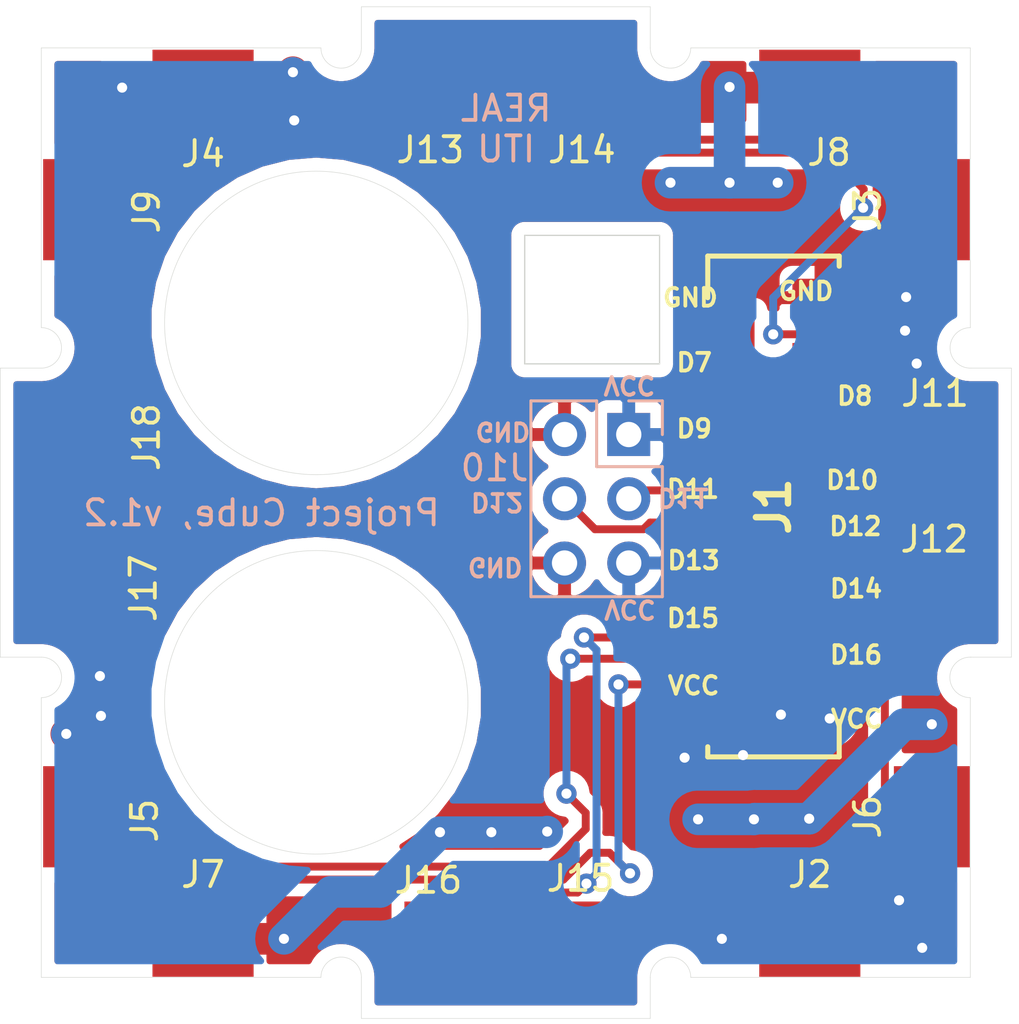
<source format=kicad_pcb>
(kicad_pcb (version 20211014) (generator pcbnew)
  (layers (0 "F.Cu" signal) (31 "B.Cu" signal) (34 "B.Paste" user) (35 "F.Paste" user) (36 "B.SilkS" user "B.Silkscreen") (37 "F.SilkS" user "F.Silkscreen") (38 "B.Mask" user) (39 "F.Mask" user) (44 "Edge.Cuts" user))
  (net 0 "")
  (net 1 "VCC")
  (net 2 "/D16")
  (net 3 "/D15")
  (net 4 "/D14")
  (net 5 "/D13")
  (net 6 "/D12")
  (net 7 "/D11")
  (net 8 "/D10")
  (net 9 "/D9")
  (net 10 "/D8")
  (net 11 "/D7")
  (net 12 "GND")
  (footprint "Custom:CubeSidePad" (layer "F.Cu") (at 163.703 74.295 180)
    (fp_text reference "J2" (at 0 2.54) (layer "F.SilkS"))
    (fp_text value "Conn_01x01")
    (pad "1" smd rect locked (at 0 0 180) (size 4 3) (layers "F.Cu" "F.Paste" "F.Mask") (net 1 "VCC"))
  )
  (footprint "Custom:CubeSidePad" (layer "F.Cu") (at 168.529 45.466 -90)
    (fp_text reference "J3" (at 0 2.54 90) (layer "F.SilkS"))
    (fp_text value "Conn_01x01")
    (pad "1" smd rect locked (at 0 0 270) (size 4 3) (layers "F.Cu" "F.Paste" "F.Mask") (net 1 "VCC"))
  )
  (footprint "Custom:CubeSidePad" (layer "F.Cu") (at 139.7 40.64 180)
    (fp_text reference "J4" (at 0 -2.6162) (layer "F.SilkS"))
    (fp_text value "Conn_01x01")
    (pad "1" smd rect locked (at 0 0 180) (size 4 3) (layers "F.Cu" "F.Paste" "F.Mask") (net 1 "VCC"))
  )
  (footprint "Custom:CubeSidePad" (layer "F.Cu") (at 134.874 69.469 -90)
    (fp_text reference "J5" (at 0.1524 -2.5146 90) (layer "F.SilkS"))
    (fp_text value "Conn_01x01")
    (pad "1" smd rect locked (at 0 0 270) (size 4 3) (layers "F.Cu" "F.Paste" "F.Mask") (net 1 "VCC"))
  )
  (footprint "Custom:CubeSidePad" (layer "F.Cu") (at 168.529 69.469 -90)
    (fp_text reference "J6" (at 0 2.54 90) (layer "F.SilkS"))
    (fp_text value "Conn_01x01")
    (pad "1" smd rect locked (at 0 0 270) (size 4 3) (layers "F.Cu" "F.Paste" "F.Mask") (net 12 "GND"))
  )
  (footprint "Custom:CubeSidePad" (layer "F.Cu") (at 139.7 74.295 180)
    (fp_text reference "J7" (at 0 2.54) (layer "F.SilkS"))
    (fp_text value "Conn_01x01")
    (pad "1" smd rect locked (at 0 0 180) (size 4 3) (layers "F.Cu" "F.Paste" "F.Mask") (net 12 "GND"))
  )
  (footprint "Custom:CubeSidePad" (layer "F.Cu") (at 163.703 40.64 180)
    (fp_text reference "J8" (at -0.762 -2.5654) (layer "F.SilkS"))
    (fp_text value "Conn_01x01")
    (pad "1" smd rect locked (at 0 0 180) (size 4 3) (layers "F.Cu" "F.Paste" "F.Mask") (net 12 "GND"))
  )
  (footprint "Custom:CubeCenterPad" (layer "F.Cu") (at 168.6052 54.4576 -90)
    (fp_text reference "J11" (at -1.7272 -0.0508 180) (layer "F.SilkS"))
    (fp_text value "Conn_01x01")
    (pad "1" smd rect locked (at 0 0 270) (size 2 3) (layers "F.Cu" "F.Paste" "F.Mask") (net 9 "/D9"))
  )
  (footprint "Custom:CubeCenterPad" (layer "F.Cu") (at 168.5798 60.452 -90)
    (fp_text reference "J12" (at -1.9558 -0.0508 180) (layer "F.SilkS"))
    (fp_text value "Conn_01x01")
    (pad "1" smd rect locked (at 0 0 270) (size 2 3) (layers "F.Cu" "F.Paste" "F.Mask") (net 8 "/D10"))
  )
  (footprint "Custom:CubeCenterPad" (layer "F.Cu") (at 148.6916 40.5638)
    (fp_text reference "J13" (at 0 2.54) (layer "F.SilkS"))
    (fp_text value "Conn_01x01")
    (pad "1" smd rect locked (at 0 0) (size 2 3) (layers "F.Cu" "F.Paste" "F.Mask") (net 11 "/D7"))
  )
  (footprint "Custom:CubeCenterPad" (layer "F.Cu") (at 154.686 40.5638)
    (fp_text reference "J14" (at 0 2.54) (layer "F.SilkS"))
    (fp_text value "Conn_01x01")
    (pad "1" smd rect locked (at 0 0) (size 2 3) (layers "F.Cu" "F.Paste" "F.Mask") (net 10 "/D8"))
  )
  (footprint "Custom:CubeCenterPad" (layer "F.Cu") (at 148.6662 74.3204)
    (fp_text reference "J16" (at -0.0508 -2.3368) (layer "F.SilkS"))
    (fp_text value "Conn_01x01")
    (pad "1" smd rect locked (at 0 0) (size 2 3) (layers "F.Cu" "F.Paste" "F.Mask") (net 4 "/D14"))
  )
  (footprint "Custom:CubeCenterPad" (layer "F.Cu") (at 134.747 60.452 -90)
    (fp_text reference "J17" (at -0.0254 -2.5908 90) (layer "F.SilkS"))
    (fp_text value "Conn_01x01")
    (pad "1" smd rect locked (at 0 0 270) (size 2 3) (layers "F.Cu" "F.Paste" "F.Mask") (net 3 "/D15"))
  )
  (footprint "Custom:CubeCenterPad" (layer "F.Cu") (at 134.747 54.483 -90)
    (fp_text reference "J18" (at -0.0254 -2.7178 90) (layer "F.SilkS"))
    (fp_text value "Conn_01x01")
    (pad "1" smd rect locked (at 0 0 270) (size 2 3) (layers "F.Cu" "F.Paste" "F.Mask") (net 2 "/D16"))
  )
  (footprint "Custom:CubeSidePad" (layer "F.Cu") (at 134.874 45.466 -90)
    (fp_text reference "J9" (at 0.0762 -2.5908 90) (layer "F.SilkS"))
    (fp_text value "Conn_01x01")
    (pad "1" smd rect locked (at 0 0 270) (size 4 3) (layers "F.Cu" "F.Paste" "F.Mask") (net 12 "GND"))
  )
  (footprint "Custom:CubeCenterPad" (layer "F.Cu") (at 154.7114 74.3204)
    (fp_text reference "J15" (at -0.0762 -2.413) (layer "F.SilkS"))
    (fp_text value "Conn_01x01")
    (pad "1" smd rect locked (at 0 0) (size 2 3) (layers "F.Cu" "F.Paste" "F.Mask") (net 5 "/D13"))
  )
  (footprint "Custom:TE_Micromatch_2,54_14_SMD" (layer "F.Cu") (at 162.2658 57.2008 -90)
    (fp_text reference "J1" (at 0 0 90) (layer "F.SilkS") (effects (font (size 1.27 1.27) (thickness 0.254))))
    (fp_text value "Conn_02x07_Odd_Even" hide)
    (fp_line (start 9.9 -2.6) (end 8.5 -2.6) (layer "F.SilkS") (width 0.2))
    (fp_line (start 9.5 2.6) (end 9.9 2.6) (layer "F.SilkS") (width 0.2))
    (fp_line (start -9.5 -2.6) (end -9.9 -2.6) (layer "F.SilkS") (width 0.2))
    (fp_line (start 9.9 2.6) (end 9.9 -2.6) (layer "F.SilkS") (width 0.2))
    (fp_line (start -9.9 -2.6) (end -9.9 2.6) (layer "F.SilkS") (width 0.2))
    (fp_line (start -9.9 2.6) (end -8.255 2.6) (layer "F.SilkS") (width 0.2))
    (pad "1" smd rect locked (at -8.255 -2.25 270) (size 1.5 3) (layers "F.Cu" "F.Paste" "F.Mask") (net 12 "GND"))
    (pad "2" smd rect locked (at -6.985 2.25 270) (size 1.5 3) (layers "F.Cu" "F.Paste" "F.Mask") (net 12 "GND"))
    (pad "3" smd rect locked (at -5.715 -2.25 270) (size 1.5 3) (layers "F.Cu" "F.Paste" "F.Mask") (net 11 "/D7"))
    (pad "4" smd rect locked (at -4.445 2.25 270) (size 1.5 3) (layers "F.Cu" "F.Paste" "F.Mask") (net 10 "/D8"))
    (pad "5" smd rect locked (at -3.175 -2.25 270) (size 1.5 3) (layers "F.Cu" "F.Paste" "F.Mask") (net 9 "/D9"))
    (pad "6" smd rect locked (at -1.905 2.25 270) (size 1.5 3) (layers "F.Cu" "F.Paste" "F.Mask") (net 8 "/D10"))
    (pad "7" smd rect locked (at -0.635 -2.25 270) (size 1.5 3) (layers "F.Cu" "F.Paste" "F.Mask") (net 7 "/D11"))
    (pad "8" smd rect locked (at 0.635 2.25 270) (size 1.5 3) (layers "F.Cu" "F.Paste" "F.Mask") (net 6 "/D12"))
    (pad "9" smd rect locked (at 1.905 -2.25 270) (size 1.5 3) (layers "F.Cu" "F.Paste" "F.Mask") (net 5 "/D13"))
    (pad "10" smd rect locked (at 3.175 2.25 270) (size 1.5 3) (layers "F.Cu" "F.Paste" "F.Mask") (net 4 "/D14"))
    (pad "11" smd rect locked (at 4.445 -2.25 270) (size 1.5 3) (layers "F.Cu" "F.Paste" "F.Mask") (net 3 "/D15"))
    (pad "12" smd rect locked (at 5.715 2.25 270) (size 1.5 3) (layers "F.Cu" "F.Paste" "F.Mask") (net 2 "/D16"))
    (pad "13" smd rect locked (at 6.985 -2.25 270) (size 1.5 3) (layers "F.Cu" "F.Paste" "F.Mask") (net 1 "VCC"))
    (pad "14" smd rect locked (at 8.255 2.25 270) (size 1.5 3) (layers "F.Cu" "F.Paste" "F.Mask") (net 1 "VCC"))
  )
  (footprint "Connector_PinHeader_2.54mm:PinHeader_2x03_P2.54mm_Vertical" (layer "B.Cu") (at 156.5402 54.356 180)
    (fp_text reference "J10" (at 5.3086 -1.3208) (layer "B.SilkS") (effects (justify mirror)))
    (fp_text value "Conn_02x03_Odd_Even")
    (fp_line (start -1.33 0) (end -1.33 1.33) (layer "B.SilkS") (width 0.12))
    (fp_line (start 1.27 -1.27) (end 1.27 1.33) (layer "B.SilkS") (width 0.12))
    (fp_line (start -1.33 -1.27) (end -1.33 -6.41) (layer "B.SilkS") (width 0.12))
    (fp_line (start 1.27 1.33) (end 3.87 1.33) (layer "B.SilkS") (width 0.12))
    (fp_line (start -1.33 -6.41) (end 3.87 -6.41) (layer "B.SilkS") (width 0.12))
    (fp_line (start -1.33 1.33) (end 0 1.33) (layer "B.SilkS") (width 0.12))
    (fp_line (start 3.87 1.33) (end 3.87 -6.41) (layer "B.SilkS") (width 0.12))
    (fp_line (start -1.33 -1.27) (end 1.27 -1.27) (layer "B.SilkS") (width 0.12))
    (pad "1" thru_hole rect locked (at 0 0 180) (size 1.7 1.7) (drill 1) (layers *.Cu *.Mask) (net 1 "VCC"))
    (pad "2" thru_hole oval locked (at 2.54 0 180) (size 1.7 1.7) (drill 1) (layers *.Cu *.Mask) (net 12 "GND"))
    (pad "3" thru_hole oval locked (at 0 -2.54 180) (size 1.7 1.7) (drill 1) (layers *.Cu *.Mask) (net 7 "/D11"))
    (pad "4" thru_hole oval locked (at 2.54 -2.54 180) (size 1.7 1.7) (drill 1) (layers *.Cu *.Mask) (net 6 "/D12"))
    (pad "5" thru_hole oval locked (at 0 -5.08 180) (size 1.7 1.7) (drill 1) (layers *.Cu *.Mask) (net 1 "VCC"))
    (pad "6" thru_hole oval locked (at 2.54 -5.08 180) (size 1.7 1.7) (drill 1) (layers *.Cu *.Mask) (net 12 "GND"))
  )
  (gr_line (start 161.678 75.819) (end 165.678 75.819) (layer "Edge.Cuts") (width 0.02))
  (gr_line (start 137.678001 75.819) (end 141.678001 75.819) (layer "Edge.Cuts") (width 0.02))
  (gr_line (start 133.303001 71.444) (end 133.303001 67.444001) (layer "Edge.Cuts") (width 0.02))
  (gr_line (start 133.303001 47.444001) (end 133.303001 43.444001) (layer "Edge.Cuts") (width 0.02))
  (gr_line (start 137.678001 39.069001) (end 141.678001 39.069001) (layer "Edge.Cuts") (width 0.02))
  (gr_line (start 161.678 39.069001) (end 165.678 39.069001) (layer "Edge.Cuts") (width 0.02))
  (gr_line (start 170.053 43.444001) (end 170.053 47.444001) (layer "Edge.Cuts") (width 0.02))
  (gr_line (start 170.053 67.444001) (end 170.053 71.444) (layer "Edge.Cuts") (width 0.02))
  (gr_line (start 157.7594 46.482) (end 152.4254 46.482) (layer "Edge.Cuts") (width 0.05))
  (gr_arc (start 144.363709 75.816) (mid 145.165215 75.015995) (end 145.963715 75.819) (layer "Edge.Cuts") (width 0.02))
  (gr_arc (start 157.392292 75.819) (mid 158.192292 75.019) (end 158.992292 75.819) (layer "Edge.Cuts") (width 0.02))
  (gr_arc (start 170.05 51.730006) (mid 169.249995 50.9285) (end 170.053 50.13) (layer "Edge.Cuts") (width 0.02))
  (gr_line (start 145.963716 37.444001) (end 157.392286 37.444001) (layer "Edge.Cuts") (width 0.02))
  (gr_line (start 170.053 47.444001) (end 170.053 50.13) (layer "Edge.Cuts") (width 0.02))
  (gr_circle (center 144.178001 64.944001) (end 150.178001 64.944001) (layer "Edge.Cuts") (width 0.02) (fill none))
  (gr_line (start 170.05 51.73) (end 171.678 51.729715) (layer "Edge.Cuts") (width 0.02))
  (gr_line (start 133.303001 50.13) (end 133.303001 47.444001) (layer "Edge.Cuts") (width 0.02))
  (gr_arc (start 133.303001 63.158292) (mid 134.103001 63.958292) (end 133.303001 64.758292) (layer "Edge.Cuts") (width 0.02))
  (gr_line (start 171.678 51.729715) (end 171.678 63.158286) (layer "Edge.Cuts") (width 0.02))
  (gr_arc (start 145.96371 39.07) (mid 145.16371 39.87) (end 144.36371 39.07) (layer "Edge.Cuts") (width 0.02))
  (gr_line (start 170.053 39.069001) (end 170.053 43.444001) (layer "Edge.Cuts") (width 0.02))
  (gr_line (start 141.678001 39.069001) (end 144.36371 39.069001) (layer "Edge.Cuts") (width 0.02))
  (gr_line (start 158.992292 39.069001) (end 161.678 39.069001) (layer "Edge.Cuts") (width 0.02))
  (gr_circle (center 144.178001 49.944001) (end 150.178001 49.944001) (layer "Edge.Cuts") (width 0.02) (fill none))
  (gr_line (start 133.303001 67.444001) (end 133.303001 64.758292) (layer "Edge.Cuts") (width 0.02))
  (gr_arc (start 158.992292 39.072001) (mid 158.190786 39.872006) (end 157.392286 39.069001) (layer "Edge.Cuts") (width 0.02))
  (gr_line (start 171.678 63.158286) (end 170.078 63.158287) (layer "Edge.Cuts") (width 0.02))
  (gr_line (start 165.678 39.069001) (end 170.053 39.069001) (layer "Edge.Cuts") (width 0.02))
  (gr_line (start 133.303001 75.819) (end 133.303001 71.444) (layer "Edge.Cuts") (width 0.02))
  (gr_line (start 137.678001 75.819) (end 133.303001 75.819) (layer "Edge.Cuts") (width 0.02))
  (gr_line (start 152.4254 51.562) (end 157.7594 51.562) (layer "Edge.Cuts") (width 0.05))
  (gr_line (start 157.392286 37.444001) (end 157.392286 39.069001) (layer "Edge.Cuts") (width 0.02))
  (gr_line (start 152.4254 46.482) (end 152.4254 51.562) (layer "Edge.Cuts") (width 0.05))
  (gr_line (start 170.078 63.158287) (end 170.053 63.158287) (layer "Edge.Cuts") (width 0.02))
  (gr_line (start 170.053 75.819) (end 165.678 75.819) (layer "Edge.Cuts") (width 0.02))
  (gr_line (start 133.303001 43.444001) (end 133.303001 39.069001) (layer "Edge.Cuts") (width 0.02))
  (gr_line (start 145.963716 39.069001) (end 145.963716 37.444001) (layer "Edge.Cuts") (width 0.02))
  (gr_arc (start 133.303 50.129994) (mid 134.103005 50.9315) (end 133.3 51.73) (layer "Edge.Cuts") (width 0.02))
  (gr_line (start 133.303001 63.158286) (end 131.678001 63.158286) (layer "Edge.Cuts") (width 0.02))
  (gr_line (start 157.392286 75.819) (end 157.392286 77.444) (layer "Edge.Cuts") (width 0.02))
  (gr_line (start 170.053 64.758293) (end 170.053 67.444001) (layer "Edge.Cuts") (width 0.02))
  (gr_line (start 157.7594 51.562) (end 157.7594 46.482) (layer "Edge.Cuts") (width 0.05))
  (gr_line (start 161.678 75.819) (end 158.992292 75.819) (layer "Edge.Cuts") (width 0.02))
  (gr_arc (start 170.05 64.758293) (mid 169.249995 63.956787) (end 170.053 63.158287) (layer "Edge.Cuts") (width 0.02))
  (gr_line (start 144.363709 75.819) (end 141.678001 75.819) (layer "Edge.Cuts") (width 0.02))
  (gr_line (start 157.392286 77.444) (end 145.963715 77.444) (layer "Edge.Cuts") (width 0.02))
  (gr_line (start 133.303001 39.069001) (end 137.678001 39.069001) (layer "Edge.Cuts") (width 0.02))
  (gr_line (start 131.678001 63.158286) (end 131.678001 51.729715) (layer "Edge.Cuts") (width 0.02))
  (gr_line (start 131.678001 51.729715) (end 133.303001 51.729715) (layer "Edge.Cuts") (width 0.02))
  (gr_line (start 170.053 71.444) (end 170.053 75.819) (layer "Edge.Cuts") (width 0.02))
  (gr_line (start 145.963715 77.444) (end 145.963715 75.819) (layer "Edge.Cuts") (width 0.02))
  (gr_text "REAL\nITU" (at 151.6888 42.2656) (layer "B.SilkS") (effects (font (size 1 1)) (justify mirror)))
  (gr_text "VCC" (at 156.5656 52.4002 180) (layer "B.SilkS") (effects (font (size 0.7 0.7)) (justify mirror)))
  (gr_text "D11" (at 158.7246 56.8452 180) (layer "B.SilkS") (effects (font (size 0.7 0.7)) (justify mirror)))
  (gr_text "Project Cube, v1.2" (at 142.0114 57.4548) (layer "B.SilkS") (effects (font (size 1 1)) (justify mirror)))
  (gr_text "VCC" (at 156.591 61.2648 180) (layer "B.SilkS") (effects (font (size 0.7 0.7)) (justify mirror)))
  (gr_text "GND" (at 151.257 59.5884 180) (layer "B.SilkS") (effects (font (size 0.7 0.7)) (justify mirror)))
  (gr_text "GND" (at 151.5618 54.229 180) (layer "B.SilkS") (effects (font (size 0.7 0.7)) (justify mirror)))
  (gr_text "D12" (at 151.3332 57.023 180) (layer "B.SilkS") (effects (font (size 0.7 0.7)) (justify mirror)))
  (gr_text "D16" (at 165.5318 63.0682) (layer "F.SilkS") (effects (font (size 0.7 0.7))))
  (gr_text "VCC" (at 165.5572 65.6082) (layer "F.SilkS") (effects (font (size 0.7 0.7))))
  (gr_text "GND" (at 163.5506 48.6918) (layer "F.SilkS") (effects (font (size 0.7 0.7))))
  (gr_text "D15" (at 159.0802 61.6204) (layer "F.SilkS") (effects (font (size 0.7 0.7))))
  (gr_text "D13" (at 159.1056 59.3344) (layer "F.SilkS") (effects (font (size 0.7 0.7))))
  (gr_text "D9" (at 159.131 54.1274) (layer "F.SilkS") (effects (font (size 0.7 0.7))))
  (gr_text "D12" (at 165.5064 57.9882) (layer "F.SilkS") (effects (font (size 0.7 0.7))))
  (gr_text "D10" (at 165.3794 56.1594) (layer "F.SilkS") (effects (font (size 0.7 0.7))))
  (gr_text "D14" (at 165.5318 60.452) (layer "F.SilkS") (effects (font (size 0.7 0.7))))
  (gr_text "GND" (at 158.9786 48.9458) (layer "F.SilkS") (effects (font (size 0.7 0.7))))
  (gr_text "D7" (at 159.131 51.5112) (layer "F.SilkS") (effects (font (size 0.7 0.7))))
  (gr_text "D8" (at 165.481 52.832) (layer "F.SilkS") (effects (font (size 0.7 0.7))))
  (gr_text "D11" (at 159.0802 56.515) (layer "F.SilkS") (effects (font (size 0.7 0.7))))
  (gr_text "VCC" (at 159.1056 64.2874) (layer "F.SilkS") (effects (font (size 0.7 0.7))))
  (segment (start 160.0158 65.4558) (end 160.0158 65.985) (width 1.25) (layer "F.Cu") (net 1))
  (segment (start 167.47 50.25) (end 167.47 51.09) (width 1.25) (layer "F.Cu") (net 1))
  (segment (start 139.7 40.64) (end 136.4996 40.64) (width 1.25) (layer "F.Cu") (net 1))
  (segment (start 134.874 66.7766) (end 134.2898 66.1924) (width 1.25) (layer "F.Cu") (net 1))
  (segment (start 166.3573 74.3331) (end 166.6748 74.6506) (width 1.25) (layer "F.Cu") (net 1))
  (segment (start 163.703 74.295) (end 160.2232 74.295) (width 1.25) (layer "F.Cu") (net 1))
  (segment (start 164.5158 64.1858) (end 163.8046 64.1858) (width 1.25) (layer "F.Cu") (net 1))
  (segment (start 142.6464 40.64) (end 142.6464 41.275) (width 1.25) (layer "F.Cu") (net 1))
  (segment (start 160.0158 65.4558) (end 160.0158 65.8664) (width 1.25) (layer "F.Cu") (net 1))
  (segment (start 168.529 45.466) (end 168.529 47.9044) (width 1.25) (layer "F.Cu") (net 1))
  (segment (start 139.7 40.64) (end 142.6464 40.64) (width 1.25) (layer "F.Cu") (net 1))
  (segment (start 166.3573 73.6473) (end 166.3573 74.3331) (width 1.25) (layer "F.Cu") (net 1))
  (segment (start 160.0158 65.985) (end 161.0614 67.0306) (width 1.25) (layer "F.Cu") (net 1))
  (segment (start 163.703 74.295) (end 165.7096 74.295) (width 1.25) (layer "F.Cu") (net 1))
  (segment (start 164.5158 64.1858) (end 164.5158 65.5574) (width 1.25) (layer "F.Cu") (net 1))
  (segment (start 166.3573 73.6473) (end 167.2336 72.771) (width 1.25) (layer "F.Cu") (net 1))
  (segment (start 134.874 69.469) (end 134.874 66.7766) (width 1.25) (layer "F.Cu") (net 1))
  (segment (start 167.513 48.9204) (end 167.513 50.207) (width 1.25) (layer "F.Cu") (net 1))
  (segment (start 166.6748 74.6506) (end 168.148 74.6506) (width 1.25) (layer "F.Cu") (net 1))
  (segment (start 163.8046 64.1858) (end 162.56 65.4304) (width 1.25) (layer "F.Cu") (net 1))
  (segment (start 142.6464 41.275) (end 143.3068 41.9354) (width 1.25) (layer "F.Cu") (net 1))
  (segment (start 142.6464 40.64) (end 143.256 40.0304) (width 1.25) (layer "F.Cu") (net 1))
  (segment (start 135.6614 65.4812) (end 135.6614 63.9478) (width 1.25) (layer "F.Cu") (net 1))
  (segment (start 160.0158 65.8664) (end 158.75 67.1322) (width 1.25) (layer "F.Cu") (net 1))
  (segment (start 134.874 66.7766) (end 134.874 66.2686) (width 1.25) (layer "F.Cu") (net 1))
  (segment (start 164.5158 65.5574) (end 164.4904 65.5828) (width 1.25) (layer "F.Cu") (net 1))
  (segment (start 168.529 47.9044) (end 167.513 48.9204) (width 1.25) (layer "F.Cu") (net 1))
  (segment (start 135.6614 63.9478) (end 135.62 63.9064) (width 1.25) (layer "F.Cu") (net 1))
  (segment (start 167.47 51.09) (end 167.93 51.55) (width 1.25) (layer "F.Cu") (net 1))
  (segment (start 134.874 66.2686) (end 135.6614 65.4812) (width 1.25) (layer "F.Cu") (net 1))
  (segment (start 167.513 50.207) (end 167.47 50.25) (width 1.25) (layer "F.Cu") (net 1))
  (segment (start 165.7096 74.295) (end 166.3573 73.6473) (width 1.25) (layer "F.Cu") (net 1))
  (via (at 167.47 50.25) (size 1.2) (drill 0.4) (layers "F.Cu" "B.Cu") (net 1))
  (via (at 167.513 48.9204) (size 1.2) (drill 0.4) (layers "F.Cu" "B.Cu") (net 1))
  (via (at 136.4996 40.64) (size 1.2) (drill 0.4) (layers "F.Cu" "B.Cu") (net 1))
  (via (at 134.2898 66.1924) (size 1.2) (drill 0.4) (layers "F.Cu" "B.Cu") (net 1))
  (via (at 161.0614 67.0306) (size 1.2) (drill 0.4) (layers "F.Cu" "B.Cu") (net 1))
  (via (at 167.2336 72.771) (size 1.2) (drill 0.4) (layers "F.Cu" "B.Cu") (net 1))
  (via (at 143.256 40.0304) (size 1.2) (drill 0.4) (layers "F.Cu" "B.Cu") (net 1))
  (via (at 168.148 74.6506) (size 1.2) (drill 0.4) (layers "F.Cu" "B.Cu") (net 1))
  (via (at 162.56 65.4304) (size 1.2) (drill 0.4) (layers "F.Cu" "B.Cu") (net 1))
  (via (at 160.2232 74.295) (size 1.2) (drill 0.4) (layers "F.Cu" "B.Cu") (net 1))
  (via (at 158.75 67.1322) (size 1.2) (drill 0.4) (layers "F.Cu" "B.Cu") (net 1))
  (via (at 135.62 63.9064) (size 1.2) (drill 0.4) (layers "F.Cu" "B.Cu") (net 1))
  (via (at 135.6614 65.4812) (size 1.2) (drill 0.4) (layers "F.Cu" "B.Cu") (net 1))
  (via (at 164.4904 65.5828) (size 1.2) (drill 0.4) (layers "F.Cu" "B.Cu") (net 1))
  (via (at 167.93 51.55) (size 1.2) (drill 0.4) (layers "F.Cu" "B.Cu") (net 1))
  (via (at 143.3068 41.9354) (size 1.2) (drill 0.4) (layers "F.Cu" "B.Cu") (net 1))
  (segment (start 135.1788 54.9148) (end 134.747 54.483) (width 0.3125) (layer "F.Cu") (net 2))
  (segment (start 138.483327 71.439129) (end 137.31691 70.272712) (width 0.3125) (layer "F.Cu") (net 2))
  (segment (start 154.8384 69.9516) (end 154.8384 69.3166) (width 0.3125) (layer "F.Cu") (net 2))
  (segment (start 137.31691 70.272712) (end 137.31691 59.880658) (width 0.3125) (layer "F.Cu") (net 2))
  (segment (start 138.483327 71.439129) (end 153.350871 71.439129) (width 0.3125) (layer "F.Cu") (net 2))
  (segment (start 153.350871 71.439129) (end 154.8384 69.9516) (width 0.3125) (layer "F.Cu") (net 2))
  (segment (start 154.2288 63.2206) (end 159.711 63.2206) (width 0.3125) (layer "F.Cu") (net 2))
  (segment (start 135.1788 57.742548) (end 135.1788 54.9148) (width 0.3125) (layer "F.Cu") (net 2))
  (segment (start 154.8384 69.3166) (end 154.0764 68.5546) (width 0.3125) (layer "F.Cu") (net 2))
  (segment (start 137.31691 59.880658) (end 135.1788 57.742548) (width 0.3125) (layer "F.Cu") (net 2))
  (segment (start 159.711 63.2206) (end 160.0158 62.9158) (width 0.3125) (layer "F.Cu") (net 2))
  (via (at 154.2288 63.2206) (size 0.8) (drill 0.4) (layers "F.Cu" "B.Cu") (net 2))
  (via (at 154.0764 68.5546) (size 0.8) (drill 0.4) (layers "F.Cu" "B.Cu") (net 2))
  (segment (start 154.0764 68.5546) (end 154.0764 63.373) (width 0.3125) (layer "B.Cu") (net 2))
  (segment (start 154.0764 63.373) (end 154.2288 63.2206) (width 0.3125) (layer "B.Cu") (net 2))
  (segment (start 136.8044 62.5094) (end 134.747 60.452) (width 0.3125) (layer "F.Cu") (net 3))
  (segment (start 138.271039 71.951639) (end 153.957613 71.951639) (width 0.3125) (layer "F.Cu") (net 3))
  (segment (start 136.8044 70.485) (end 136.8044 62.5094) (width 0.3125) (layer "F.Cu") (net 3))
  (segment (start 155.017852 70.8914) (end 155.702 70.8914) (width 0.3125) (layer "F.Cu") (net 3))
  (segment (start 156.1338 64.2366) (end 161.573748 64.2366) (width 0.3125) (layer "F.Cu") (net 3))
  (segment (start 138.271039 71.951639) (end 136.8044 70.485) (width 0.3125) (layer "F.Cu") (net 3))
  (segment (start 161.573748 64.2366) (end 164.164548 61.6458) (width 0.3125) (layer "F.Cu") (net 3))
  (segment (start 164.164548 61.6458) (end 164.5158 61.6458) (width 0.3125) (layer "F.Cu") (net 3))
  (segment (start 155.702 70.8914) (end 155.7782 70.8914) (width 0.3125) (layer "F.Cu") (net 3))
  (segment (start 155.7782 70.8914) (end 156.591 71.7042) (width 0.3125) (layer "F.Cu") (net 3))
  (segment (start 153.957613 71.951639) (end 155.017852 70.8914) (width 0.3125) (layer "F.Cu") (net 3))
  (via (at 156.1338 64.2366) (size 0.8) (drill 0.4) (layers "F.Cu" "B.Cu") (net 3))
  (via (at 156.591 71.7042) (size 0.8) (drill 0.4) (layers "F.Cu" "B.Cu") (net 3))
  (segment (start 156.591 71.7042) (end 156.1338 71.247) (width 0.3125) (layer "B.Cu") (net 3))
  (segment (start 156.1338 71.247) (end 156.1338 64.2366) (width 0.3125) (layer "B.Cu") (net 3))
  (segment (start 148.6662 74.3204) (end 149.098 74.3204) (width 0.3125) (layer "F.Cu") (net 4))
  (segment (start 154.770927 62.380302) (end 156.198798 62.380302) (width 0.3125) (layer "F.Cu") (net 4))
  (segment (start 149.098 74.3204) (end 150.954251 72.464149) (width 0.3125) (layer "F.Cu") (net 4))
  (segment (start 154.514603 72.464149) (end 154.865976 72.112776) (width 0.3125) (layer "F.Cu") (net 4))
  (segment (start 158.2033 60.3758) (end 160.0158 60.3758) (width 0.3125) (layer "F.Cu") (net 4))
  (segment (start 150.954251 72.464149) (end 154.514603 72.464149) (width 0.3125) (layer "F.Cu") (net 4))
  (segment (start 156.198798 62.380302) (end 158.2033 60.3758) (width 0.3125) (layer "F.Cu") (net 4))
  (via (at 154.770927 62.380302) (size 0.8) (drill 0.4) (layers "F.Cu" "B.Cu") (net 4))
  (via (at 154.865976 72.112776) (size 0.8) (drill 0.4) (layers "F.Cu" "B.Cu") (net 4))
  (segment (start 154.865976 72.112776) (end 155.265975 71.712777) (width 0.3125) (layer "B.Cu") (net 4))
  (segment (start 155.265975 62.87535) (end 154.770927 62.380302) (width 0.3125) (layer "B.Cu") (net 4))
  (segment (start 155.265975 71.712777) (end 155.265975 62.87535) (width 0.3125) (layer "B.Cu") (net 4))
  (segment (start 166.672749 71.198251) (end 165.5064 72.3646) (width 0.3125) (layer "F.Cu") (net 5))
  (segment (start 166.672749 71.198251) (end 166.672749 59.450249) (width 0.3125) (layer "F.Cu") (net 5))
  (segment (start 166.672749 59.450249) (end 166.3283 59.1058) (width 0.3125) (layer "F.Cu") (net 5))
  (segment (start 160.4264 72.3646) (end 158.4706 74.3204) (width 0.3125) (layer "F.Cu") (net 5))
  (segment (start 158.4706 74.3204) (end 154.7114 74.3204) (width 0.3125) (layer "F.Cu") (net 5))
  (segment (start 166.3283 59.1058) (end 164.5158 59.1058) (width 0.3125) (layer "F.Cu") (net 5))
  (segment (start 165.5064 72.3646) (end 160.4264 72.3646) (width 0.3125) (layer "F.Cu") (net 5))
  (segment (start 155.206451 58.102251) (end 154.0002 56.896) (width 0.3125) (layer "F.Cu") (net 6))
  (segment (start 157.119201 58.102251) (end 155.206451 58.102251) (width 0.3125) (layer "F.Cu") (net 6))
  (segment (start 157.385652 57.8358) (end 157.119201 58.102251) (width 0.3125) (layer "F.Cu") (net 6))
  (segment (start 160.0158 57.8358) (end 157.385652 57.8358) (width 0.3125) (layer "F.Cu") (net 6))
  (segment (start 156.8196 56.6166) (end 156.5402 56.896) (width 0.3125) (layer "F.Cu") (net 7))
  (segment (start 164.5158 56.5658) (end 156.8704 56.5658) (width 0.3125) (layer "F.Cu") (net 7))
  (segment (start 156.8704 56.5658) (end 156.5402 56.896) (width 0.3125) (layer "F.Cu") (net 7))
  (segment (start 166.1414 55.3212) (end 160.0412 55.3212) (width 0.3125) (layer "F.Cu") (net 8))
  (segment (start 168.5798 57.7596) (end 168.5798 60.452) (width 0.3125) (layer "F.Cu") (net 8))
  (segment (start 160.0412 55.3212) (end 160.0158 55.2958) (width 0.3125) (layer "F.Cu") (net 8))
  (segment (start 168.5798 57.7596) (end 166.1414 55.3212) (width 0.3125) (layer "F.Cu") (net 8))
  (segment (start 168.2242 54.0766) (end 168.6052 54.4576) (width 0.3125) (layer "F.Cu") (net 9))
  (segment (start 168.6052 54.4576) (end 164.9476 54.4576) (width 0.3125) (layer "F.Cu") (net 9))
  (segment (start 164.9476 54.4576) (end 164.5158 54.0258) (width 0.3125) (layer "F.Cu") (net 9))
  (segment (start 166.567451 45.026799) (end 166.567451 48.478239) (width 0.3125) (layer "F.Cu") (net 10))
  (segment (start 166.3446 44.4246) (end 166.3446 44.803948) (width 0.3125) (layer "F.Cu") (net 10))
  (segment (start 164.6174 42.6974) (end 156.8196 42.6974) (width 0.3125) (layer "F.Cu") (net 10))
  (segment (start 166.3446 44.4246) (end 164.6174 42.6974) (width 0.3125) (layer "F.Cu") (net 10))
  (segment (start 166.3446 44.803948) (end 166.567451 45.026799) (width 0.3125) (layer "F.Cu") (net 10))
  (segment (start 156.8196 42.6974) (end 154.686 40.5638) (width 0.3125) (layer "F.Cu") (net 10))
  (segment (start 166.372051 48.673639) (end 166.372051 52.520801) (width 0.3125) (layer "F.Cu") (net 10))
  (segment (start 166.567451 48.478239) (end 166.372051 48.673639) (width 0.3125) (layer "F.Cu") (net 10))
  (segment (start 166.137052 52.7558) (end 160.0158 52.7558) (width 0.3125) (layer "F.Cu") (net 10))
  (segment (start 166.372051 52.520801) (end 166.137052 52.7558) (width 0.3125) (layer "F.Cu") (net 10))
  (segment (start 151.0284 40.5638) (end 148.6916 40.5638) (width 0.3125) (layer "F.Cu") (net 11))
  (segment (start 162.2552 50.3936) (end 163.4236 50.3936) (width 0.3125) (layer "F.Cu") (net 11))
  (segment (start 156.31611 43.20991) (end 155.7528 42.6466) (width 0.3125) (layer "F.Cu") (net 11))
  (segment (start 165.83209 44.64869) (end 164.39331 43.20991) (width 0.3125) (layer "F.Cu") (net 11))
  (segment (start 165.83209 45.36891) (end 165.8112 45.3898) (width 0.3125) (layer "F.Cu") (net 11))
  (segment (start 163.4236 50.3936) (end 164.5158 51.4858) (width 0.3125) (layer "F.Cu") (net 11))
  (segment (start 165.83209 44.64869) (end 165.83209 45.36891) (width 0.3125) (layer "F.Cu") (net 11))
  (segment (start 155.7528 42.6466) (end 153.1112 42.6466) (width 0.3125) (layer "F.Cu") (net 11))
  (segment (start 164.39331 43.20991) (end 156.31611 43.20991) (width 0.3125) (layer "F.Cu") (net 11))
  (segment (start 153.1112 42.6466) (end 151.0284 40.5638) (width 0.3125) (layer "F.Cu") (net 11))
  (via (at 165.8112 45.3898) (size 0.8) (drill 0.4) (layers "F.Cu" "B.Cu") (net 11))
  (via (at 162.2552 50.3936) (size 0.8) (drill 0.4) (layers "F.Cu" "B.Cu") (net 11))
  (segment (start 165.8112 45.3898) (end 162.2552 48.9458) (width 0.3125) (layer "B.Cu") (net 11))
  (segment (start 162.2552 48.9458) (end 162.2552 50.3936) (width 0.3125) (layer "B.Cu") (net 11))
  (segment (start 139.7 74.295) (end 142.9004 74.295) (width 1.25) (layer "F.Cu") (net 12))
  (segment (start 164.5158 48.9458) (end 164.5158 47.3964) (width 1.25) (layer "F.Cu") (net 12))
  (segment (start 160.0158 50.2158) (end 160.0158 47.9848) (width 1.25) (layer "F.Cu") (net 12))
  (segment (start 160.5534 40.64) (end 160.528 40.6146) (width 1.25) (layer "F.Cu") (net 12))
  (segment (start 163.703 40.64) (end 160.5534 40.64) (width 1.25) (layer "F.Cu") (net 12))
  (segment (start 168.529 69.469) (end 168.529 65.8114) (width 1.25) (layer "F.Cu") (net 12))
  (via (at 153.3144 70.0532) (size 1.2) (drill 0.4) (layers "F.Cu" "B.Cu") (net 12))
  (via (at 149.0726 70.0786) (size 1.2) (drill 0.4) (layers "F.Cu" "B.Cu") (net 12))
  (via (at 142.9004 74.295) (size 1.2) (drill 0.4) (layers "F.Cu" "B.Cu") (net 12))
  (via (at 163.6776 69.5452) (size 1.2) (drill 0.4) (layers "F.Cu" "B.Cu") (net 12))
  (via (at 160.528 44.3992) (size 1.2) (drill 0.4) (layers "F.Cu" "B.Cu") (net 12))
  (via (at 162.433 44.3992) (size 1.2) (drill 0.4) (layers "F.Cu" "B.Cu") (net 12))
  (via (at 168.529 65.8114) (size 1.2) (drill 0.4) (layers "F.Cu" "B.Cu") (net 12))
  (via (at 161.4932 69.5706) (size 1.2) (drill 0.4) (layers "F.Cu" "B.Cu") (net 12))
  (via (at 151.1046 70.0786) (size 1.2) (drill 0.4) (layers "F.Cu" "B.Cu") (net 12))
  (via (at 159.2834 69.5706) (size 1.2) (drill 0.4) (layers "F.Cu" "B.Cu") (net 12))
  (via (at 158.1912 44.3992) (size 1.2) (drill 0.4) (layers "F.Cu" "B.Cu") (net 12))
  (via (at 160.528 40.6146) (size 1.2) (drill 0.4) (layers "F.Cu" "B.Cu") (net 12))
  (segment (start 160.528 44.3992) (end 162.433 44.3992) (width 1.25) (layer "B.Cu") (net 12))
  (segment (start 160.528 40.6146) (end 160.528 44.3992) (width 1.25) (layer "B.Cu") (net 12))
  (segment (start 161.4932 69.5706) (end 159.2834 69.5706) (width 1.25) (layer "B.Cu") (net 12))
  (segment (start 160.528 44.3992) (end 158.1912 44.3992) (width 1.25) (layer "B.Cu") (net 12))
  (segment (start 142.9004 74.295) (end 144.7554 72.44) (width 1.25) (layer "B.Cu") (net 12))
  (segment (start 149.0726 70.0786) (end 151.1046 70.0786) (width 1.25) (layer "B.Cu") (net 12))
  (segment (start 151.1046 70.0786) (end 153.289 70.0786) (width 1.25) (layer "B.Cu") (net 12))
  (segment (start 146.7112 72.44) (end 149.0726 70.0786) (width 1.25) (layer "B.Cu") (net 12))
  (segment (start 163.6776 69.5452) (end 161.5186 69.5452) (width 1.25) (layer "B.Cu") (net 12))
  (segment (start 168.529 65.8114) (end 167.4114 65.8114) (width 1.25) (layer "B.Cu") (net 12))
  (segment (start 144.7554 72.44) (end 146.7112 72.44) (width 1.25) (layer "B.Cu") (net 12))
  (segment (start 167.4114 65.8114) (end 163.6776 69.5452) (width 1.25) (layer "B.Cu") (net 12))
  (segment (start 153.289 70.0786) (end 153.3144 70.0532) (width 1.25) (layer "B.Cu") (net 12))
  (segment (start 161.5186 69.5452) (end 161.4932 69.5706) (width 1.25) (layer "B.Cu") (net 12))
  (zone (net 12) (net_name "GND") (layer "F.Cu") (connect_pads (clearance 0.508)) (min_thickness 0.254) (fill yes (thermal_gap 0.508) (thermal_bridge_width 0.508))
    (polygon (pts (xy 157.3784 39.0906) (xy 170.053 39.0906) (xy 170.053 51.7652) (xy 171.6786 51.7652) (xy 171.6532 63.119) (xy 170.0276 63.119) (xy 170.053 75.7936) (xy 157.3784 75.7936) (xy 157.3784 77.3938) (xy 146.05 77.3938) (xy 146.05 75.7682) (xy 133.3754 75.7682) (xy 133.35 63.119) (xy 131.7498 63.119) (xy 131.7498 51.7906) (xy 133.3754 51.7906) (xy 133.3754 39.116) (xy 146.0246 39.116) (xy 146.0246 37.465) (xy 157.3784 37.465)))
  )
  (zone (net 1) (net_name "VCC") (layer "B.Cu") (connect_pads (clearance 0.508)) (min_thickness 0.254) (fill yes (thermal_gap 0.508) (thermal_bridge_width 0.508))
    (polygon (pts (xy 157.4038 39.0906) (xy 170.0784 39.0906) (xy 170.0784 51.7652) (xy 171.704 51.7652) (xy 171.6532 63.119) (xy 170.053 63.1444) (xy 170.0784 75.7936) (xy 157.4038 75.7936) (xy 157.4038 77.3938) (xy 146.0754 77.3938) (xy 146.0754 75.7682) (xy 133.4008 75.7682) (xy 133.3754 63.119) (xy 131.7752 63.119) (xy 131.7752 51.7906) (xy 133.4008 51.7906) (xy 133.4008 39.116) (xy 146.05 39.116) (xy 146.05 37.4904) (xy 157.4038 37.465)))
  )
)
</source>
